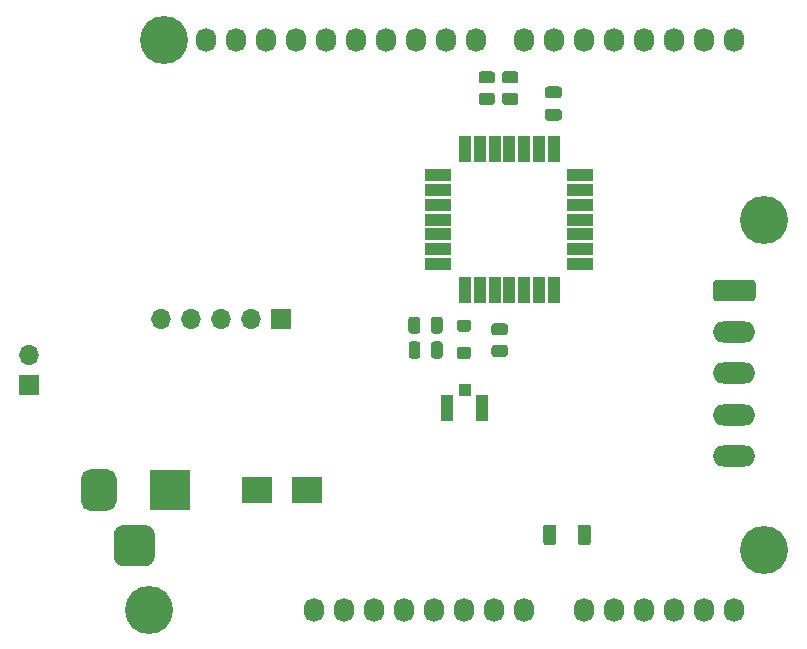
<source format=gbr>
%TF.GenerationSoftware,KiCad,Pcbnew,5.1.9+dfsg1-1~bpo10+1*%
%TF.CreationDate,2021-09-15T11:04:37+02:00*%
%TF.ProjectId,shield_temperature,73686965-6c64-45f7-9465-6d7065726174,1*%
%TF.SameCoordinates,Original*%
%TF.FileFunction,Soldermask,Top*%
%TF.FilePolarity,Negative*%
%FSLAX46Y46*%
G04 Gerber Fmt 4.6, Leading zero omitted, Abs format (unit mm)*
G04 Created by KiCad (PCBNEW 5.1.9+dfsg1-1~bpo10+1) date 2021-09-15 11:04:37*
%MOMM*%
%LPD*%
G01*
G04 APERTURE LIST*
%ADD10R,1.050000X2.200000*%
%ADD11R,1.000000X1.050000*%
%ADD12R,1.000000X2.300000*%
%ADD13R,2.300000X1.000000*%
%ADD14O,1.700000X1.700000*%
%ADD15R,1.700000X1.700000*%
%ADD16R,3.500000X3.500000*%
%ADD17O,1.727200X2.032000*%
%ADD18C,4.064000*%
%ADD19O,3.600000X1.800000*%
%ADD20R,2.500000X2.300000*%
G04 APERTURE END LIST*
D10*
%TO.C,J5*%
X153163800Y-106774000D03*
D11*
X151688800Y-105249000D03*
D10*
X150213800Y-106774000D03*
%TD*%
D12*
%TO.C,U1*%
X155448000Y-84805000D03*
X156698000Y-84805000D03*
X157948000Y-84805000D03*
X159198000Y-84805000D03*
X154198000Y-84805000D03*
X152948000Y-84805000D03*
X151698000Y-84805000D03*
D13*
X149448000Y-90805000D03*
X149448000Y-89555000D03*
X149448000Y-88305000D03*
X149448000Y-87055000D03*
X149448000Y-92055000D03*
X149448000Y-93305000D03*
X149448000Y-94555000D03*
D12*
X155448000Y-96805000D03*
X154198000Y-96805000D03*
X152948000Y-96805000D03*
X151698000Y-96805000D03*
X156698000Y-96805000D03*
X157948000Y-96805000D03*
X159198000Y-96805000D03*
D13*
X161448000Y-90805000D03*
X161448000Y-92055000D03*
X161448000Y-93305000D03*
X161448000Y-94555000D03*
X161448000Y-89555000D03*
X161448000Y-88305000D03*
X161448000Y-87055000D03*
%TD*%
%TO.C,R4*%
G36*
G01*
X155085201Y-100613900D02*
X154185199Y-100613900D01*
G75*
G02*
X153935200Y-100363901I0J249999D01*
G01*
X153935200Y-99838899D01*
G75*
G02*
X154185199Y-99588900I249999J0D01*
G01*
X155085201Y-99588900D01*
G75*
G02*
X155335200Y-99838899I0J-249999D01*
G01*
X155335200Y-100363901D01*
G75*
G02*
X155085201Y-100613900I-249999J0D01*
G01*
G37*
G36*
G01*
X155085201Y-102438900D02*
X154185199Y-102438900D01*
G75*
G02*
X153935200Y-102188901I0J249999D01*
G01*
X153935200Y-101663899D01*
G75*
G02*
X154185199Y-101413900I249999J0D01*
G01*
X155085201Y-101413900D01*
G75*
G02*
X155335200Y-101663899I0J-249999D01*
G01*
X155335200Y-102188901D01*
G75*
G02*
X155085201Y-102438900I-249999J0D01*
G01*
G37*
%TD*%
%TO.C,R3*%
G36*
G01*
X153993001Y-79281700D02*
X153092999Y-79281700D01*
G75*
G02*
X152843000Y-79031701I0J249999D01*
G01*
X152843000Y-78506699D01*
G75*
G02*
X153092999Y-78256700I249999J0D01*
G01*
X153993001Y-78256700D01*
G75*
G02*
X154243000Y-78506699I0J-249999D01*
G01*
X154243000Y-79031701D01*
G75*
G02*
X153993001Y-79281700I-249999J0D01*
G01*
G37*
G36*
G01*
X153993001Y-81106700D02*
X153092999Y-81106700D01*
G75*
G02*
X152843000Y-80856701I0J249999D01*
G01*
X152843000Y-80331699D01*
G75*
G02*
X153092999Y-80081700I249999J0D01*
G01*
X153993001Y-80081700D01*
G75*
G02*
X154243000Y-80331699I0J-249999D01*
G01*
X154243000Y-80856701D01*
G75*
G02*
X153993001Y-81106700I-249999J0D01*
G01*
G37*
%TD*%
%TO.C,R2*%
G36*
G01*
X155974201Y-79277900D02*
X155074199Y-79277900D01*
G75*
G02*
X154824200Y-79027901I0J249999D01*
G01*
X154824200Y-78502899D01*
G75*
G02*
X155074199Y-78252900I249999J0D01*
G01*
X155974201Y-78252900D01*
G75*
G02*
X156224200Y-78502899I0J-249999D01*
G01*
X156224200Y-79027901D01*
G75*
G02*
X155974201Y-79277900I-249999J0D01*
G01*
G37*
G36*
G01*
X155974201Y-81102900D02*
X155074199Y-81102900D01*
G75*
G02*
X154824200Y-80852901I0J249999D01*
G01*
X154824200Y-80327899D01*
G75*
G02*
X155074199Y-80077900I249999J0D01*
G01*
X155974201Y-80077900D01*
G75*
G02*
X156224200Y-80327899I0J-249999D01*
G01*
X156224200Y-80852901D01*
G75*
G02*
X155974201Y-81102900I-249999J0D01*
G01*
G37*
%TD*%
%TO.C,L1*%
G36*
G01*
X151262599Y-101571600D02*
X151962601Y-101571600D01*
G75*
G02*
X152212600Y-101821599I0J-249999D01*
G01*
X152212600Y-102371601D01*
G75*
G02*
X151962601Y-102621600I-249999J0D01*
G01*
X151262599Y-102621600D01*
G75*
G02*
X151012600Y-102371601I0J249999D01*
G01*
X151012600Y-101821599D01*
G75*
G02*
X151262599Y-101571600I249999J0D01*
G01*
G37*
G36*
G01*
X151262599Y-99271600D02*
X151962601Y-99271600D01*
G75*
G02*
X152212600Y-99521599I0J-249999D01*
G01*
X152212600Y-100071601D01*
G75*
G02*
X151962601Y-100321600I-249999J0D01*
G01*
X151262599Y-100321600D01*
G75*
G02*
X151012600Y-100071601I0J249999D01*
G01*
X151012600Y-99521599D01*
G75*
G02*
X151262599Y-99271600I249999J0D01*
G01*
G37*
%TD*%
%TO.C,C3*%
G36*
G01*
X147921600Y-101379000D02*
X147921600Y-102329000D01*
G75*
G02*
X147671600Y-102579000I-250000J0D01*
G01*
X147171600Y-102579000D01*
G75*
G02*
X146921600Y-102329000I0J250000D01*
G01*
X146921600Y-101379000D01*
G75*
G02*
X147171600Y-101129000I250000J0D01*
G01*
X147671600Y-101129000D01*
G75*
G02*
X147921600Y-101379000I0J-250000D01*
G01*
G37*
G36*
G01*
X149821600Y-101379000D02*
X149821600Y-102329000D01*
G75*
G02*
X149571600Y-102579000I-250000J0D01*
G01*
X149071600Y-102579000D01*
G75*
G02*
X148821600Y-102329000I0J250000D01*
G01*
X148821600Y-101379000D01*
G75*
G02*
X149071600Y-101129000I250000J0D01*
G01*
X149571600Y-101129000D01*
G75*
G02*
X149821600Y-101379000I0J-250000D01*
G01*
G37*
%TD*%
%TO.C,C2*%
G36*
G01*
X147911400Y-99270800D02*
X147911400Y-100220800D01*
G75*
G02*
X147661400Y-100470800I-250000J0D01*
G01*
X147161400Y-100470800D01*
G75*
G02*
X146911400Y-100220800I0J250000D01*
G01*
X146911400Y-99270800D01*
G75*
G02*
X147161400Y-99020800I250000J0D01*
G01*
X147661400Y-99020800D01*
G75*
G02*
X147911400Y-99270800I0J-250000D01*
G01*
G37*
G36*
G01*
X149811400Y-99270800D02*
X149811400Y-100220800D01*
G75*
G02*
X149561400Y-100470800I-250000J0D01*
G01*
X149061400Y-100470800D01*
G75*
G02*
X148811400Y-100220800I0J250000D01*
G01*
X148811400Y-99270800D01*
G75*
G02*
X149061400Y-99020800I250000J0D01*
G01*
X149561400Y-99020800D01*
G75*
G02*
X149811400Y-99270800I0J-250000D01*
G01*
G37*
%TD*%
%TO.C,C1*%
G36*
G01*
X159656800Y-80535400D02*
X158706800Y-80535400D01*
G75*
G02*
X158456800Y-80285400I0J250000D01*
G01*
X158456800Y-79785400D01*
G75*
G02*
X158706800Y-79535400I250000J0D01*
G01*
X159656800Y-79535400D01*
G75*
G02*
X159906800Y-79785400I0J-250000D01*
G01*
X159906800Y-80285400D01*
G75*
G02*
X159656800Y-80535400I-250000J0D01*
G01*
G37*
G36*
G01*
X159656800Y-82435400D02*
X158706800Y-82435400D01*
G75*
G02*
X158456800Y-82185400I0J250000D01*
G01*
X158456800Y-81685400D01*
G75*
G02*
X158706800Y-81435400I250000J0D01*
G01*
X159656800Y-81435400D01*
G75*
G02*
X159906800Y-81685400I0J-250000D01*
G01*
X159906800Y-82185400D01*
G75*
G02*
X159656800Y-82435400I-250000J0D01*
G01*
G37*
%TD*%
D14*
%TO.C,J4*%
X114808000Y-102235000D03*
D15*
X114808000Y-104775000D03*
%TD*%
%TO.C,J3*%
G36*
G01*
X121945200Y-119290800D02*
X121945200Y-117540800D01*
G75*
G02*
X122820200Y-116665800I875000J0D01*
G01*
X124570200Y-116665800D01*
G75*
G02*
X125445200Y-117540800I0J-875000D01*
G01*
X125445200Y-119290800D01*
G75*
G02*
X124570200Y-120165800I-875000J0D01*
G01*
X122820200Y-120165800D01*
G75*
G02*
X121945200Y-119290800I0J875000D01*
G01*
G37*
G36*
G01*
X119195200Y-114715800D02*
X119195200Y-112715800D01*
G75*
G02*
X119945200Y-111965800I750000J0D01*
G01*
X121445200Y-111965800D01*
G75*
G02*
X122195200Y-112715800I0J-750000D01*
G01*
X122195200Y-114715800D01*
G75*
G02*
X121445200Y-115465800I-750000J0D01*
G01*
X119945200Y-115465800D01*
G75*
G02*
X119195200Y-114715800I0J750000D01*
G01*
G37*
D16*
X126695200Y-113715800D03*
%TD*%
D17*
%TO.C,P1*%
X138938000Y-123825000D03*
X141478000Y-123825000D03*
X144018000Y-123825000D03*
X146558000Y-123825000D03*
X149098000Y-123825000D03*
X151638000Y-123825000D03*
X154178000Y-123825000D03*
X156718000Y-123825000D03*
%TD*%
%TO.C,P2*%
X161798000Y-123825000D03*
X164338000Y-123825000D03*
X166878000Y-123825000D03*
X169418000Y-123825000D03*
X171958000Y-123825000D03*
X174498000Y-123825000D03*
%TD*%
%TO.C,P3*%
X129794000Y-75565000D03*
X132334000Y-75565000D03*
X134874000Y-75565000D03*
X137414000Y-75565000D03*
X139954000Y-75565000D03*
X142494000Y-75565000D03*
X145034000Y-75565000D03*
X147574000Y-75565000D03*
X150114000Y-75565000D03*
X152654000Y-75565000D03*
%TD*%
%TO.C,P4*%
X156718000Y-75565000D03*
X159258000Y-75565000D03*
X161798000Y-75565000D03*
X164338000Y-75565000D03*
X166878000Y-75565000D03*
X169418000Y-75565000D03*
X171958000Y-75565000D03*
X174498000Y-75565000D03*
%TD*%
D18*
%TO.C,P5*%
X124968000Y-123825000D03*
%TD*%
%TO.C,P6*%
X177038000Y-118745000D03*
%TD*%
%TO.C,P7*%
X126238000Y-75565000D03*
%TD*%
%TO.C,P8*%
X177038000Y-90805000D03*
%TD*%
%TO.C,J1*%
G36*
G01*
X172948000Y-95915000D02*
X176048000Y-95915000D01*
G75*
G02*
X176298000Y-96165000I0J-250000D01*
G01*
X176298000Y-97465000D01*
G75*
G02*
X176048000Y-97715000I-250000J0D01*
G01*
X172948000Y-97715000D01*
G75*
G02*
X172698000Y-97465000I0J250000D01*
G01*
X172698000Y-96165000D01*
G75*
G02*
X172948000Y-95915000I250000J0D01*
G01*
G37*
D19*
X174498000Y-100315000D03*
X174498000Y-103815000D03*
X174498000Y-107315000D03*
X174498000Y-110815000D03*
%TD*%
%TO.C,R1*%
G36*
G01*
X162360500Y-116875399D02*
X162360500Y-118125401D01*
G75*
G02*
X162110501Y-118375400I-249999J0D01*
G01*
X161485499Y-118375400D01*
G75*
G02*
X161235500Y-118125401I0J249999D01*
G01*
X161235500Y-116875399D01*
G75*
G02*
X161485499Y-116625400I249999J0D01*
G01*
X162110501Y-116625400D01*
G75*
G02*
X162360500Y-116875399I0J-249999D01*
G01*
G37*
G36*
G01*
X159435500Y-116875399D02*
X159435500Y-118125401D01*
G75*
G02*
X159185501Y-118375400I-249999J0D01*
G01*
X158560499Y-118375400D01*
G75*
G02*
X158310500Y-118125401I0J249999D01*
G01*
X158310500Y-116875399D01*
G75*
G02*
X158560499Y-116625400I249999J0D01*
G01*
X159185501Y-116625400D01*
G75*
G02*
X159435500Y-116875399I0J-249999D01*
G01*
G37*
%TD*%
D15*
%TO.C,J2*%
X136118600Y-99212400D03*
D14*
X133578600Y-99212400D03*
X131038600Y-99212400D03*
X128498600Y-99212400D03*
X125958600Y-99212400D03*
%TD*%
D20*
%TO.C,D1*%
X138353800Y-113741200D03*
X134053800Y-113741200D03*
%TD*%
M02*

</source>
